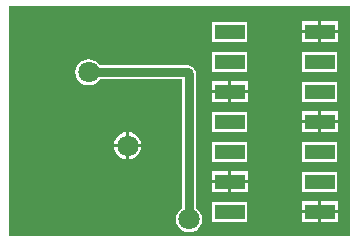
<source format=gbl>
%FSLAX25Y25*%
%MOIN*%
G70*
G01*
G75*
G04 Layer_Physical_Order=2*
G04 Layer_Color=16711680*
%ADD10C,0.01000*%
%ADD11R,0.05709X0.03500*%
%ADD12R,0.03150X0.05000*%
%ADD13R,0.03937X0.06102*%
%ADD14R,0.03150X0.05512*%
%ADD15R,0.05118X0.05906*%
%ADD16R,0.04318X0.05906*%
%ADD17R,0.02756X0.06890*%
%ADD18R,0.06890X0.05512*%
%ADD19C,0.02500*%
%ADD20C,0.02700*%
%ADD21C,0.03000*%
%ADD22R,0.10000X0.05000*%
%ADD23C,0.07087*%
G36*
X398675Y321826D02*
X284825D01*
Y398675D01*
X398675D01*
Y321826D01*
D02*
G37*
%LPC*%
G36*
X364500Y343500D02*
X359000D01*
Y340500D01*
X364500D01*
Y343500D01*
D02*
G37*
G36*
X364300Y353300D02*
X352700D01*
Y346700D01*
X364300D01*
Y353300D01*
D02*
G37*
G36*
X394300Y343300D02*
X382700D01*
Y336700D01*
X394300D01*
Y343300D01*
D02*
G37*
G36*
X358000Y343500D02*
X352500D01*
Y340500D01*
X358000D01*
Y343500D01*
D02*
G37*
G36*
X329017Y351500D02*
X325000D01*
Y347483D01*
X325686Y347574D01*
X326791Y348031D01*
X327740Y348760D01*
X328469Y349709D01*
X328926Y350814D01*
X329017Y351500D01*
D02*
G37*
G36*
X324000Y356517D02*
X323314Y356426D01*
X322209Y355969D01*
X321260Y355240D01*
X320531Y354291D01*
X320074Y353186D01*
X319983Y352500D01*
X324000D01*
Y356517D01*
D02*
G37*
G36*
X394300Y353300D02*
X382700D01*
Y346700D01*
X394300D01*
Y353300D01*
D02*
G37*
G36*
X324000Y351500D02*
X319983D01*
X320074Y350814D01*
X320531Y349709D01*
X321260Y348760D01*
X322209Y348031D01*
X323314Y347574D01*
X324000Y347483D01*
Y351500D01*
D02*
G37*
G36*
X394500Y329500D02*
X389000D01*
Y326500D01*
X394500D01*
Y329500D01*
D02*
G37*
G36*
X364300Y333300D02*
X352700D01*
Y326700D01*
X364300D01*
Y333300D01*
D02*
G37*
G36*
X311500Y380881D02*
X310366Y380732D01*
X309310Y380294D01*
X308402Y379598D01*
X307706Y378690D01*
X307269Y377634D01*
X307119Y376500D01*
X307269Y375366D01*
X307706Y374310D01*
X308402Y373402D01*
X309310Y372706D01*
X310366Y372269D01*
X311500Y372119D01*
X312634Y372269D01*
X313690Y372706D01*
X314598Y373402D01*
X315175Y374155D01*
X342655D01*
Y331175D01*
X341902Y330598D01*
X341206Y329690D01*
X340769Y328634D01*
X340619Y327500D01*
X340769Y326366D01*
X341206Y325310D01*
X341902Y324402D01*
X342810Y323706D01*
X343866Y323269D01*
X345000Y323119D01*
X346134Y323269D01*
X347190Y323706D01*
X348098Y324402D01*
X348794Y325310D01*
X349232Y326366D01*
X349381Y327500D01*
X349232Y328634D01*
X348794Y329690D01*
X348098Y330598D01*
X347345Y331175D01*
Y376000D01*
X347345Y376000D01*
X347167Y376897D01*
X346658Y377658D01*
X346158Y378158D01*
X345397Y378667D01*
X344500Y378845D01*
X315175D01*
X314598Y379598D01*
X313690Y380294D01*
X312634Y380732D01*
X311500Y380881D01*
D02*
G37*
G36*
X388000Y329500D02*
X382500D01*
Y326500D01*
X388000D01*
Y329500D01*
D02*
G37*
G36*
X358000Y339500D02*
X352500D01*
Y336500D01*
X358000D01*
Y339500D01*
D02*
G37*
G36*
X364500D02*
X359000D01*
Y336500D01*
X364500D01*
Y339500D01*
D02*
G37*
G36*
X388000Y333500D02*
X382500D01*
Y330500D01*
X388000D01*
Y333500D01*
D02*
G37*
G36*
X394500D02*
X389000D01*
Y330500D01*
X394500D01*
Y333500D01*
D02*
G37*
G36*
X325000Y356517D02*
Y352500D01*
X329017D01*
X328926Y353186D01*
X328469Y354291D01*
X327740Y355240D01*
X326791Y355969D01*
X325686Y356426D01*
X325000Y356517D01*
D02*
G37*
G36*
X394300Y383300D02*
X382700D01*
Y376700D01*
X394300D01*
Y383300D01*
D02*
G37*
G36*
X388000Y389500D02*
X382500D01*
Y386500D01*
X388000D01*
Y389500D01*
D02*
G37*
G36*
X364500Y373500D02*
X359000D01*
Y370500D01*
X364500D01*
Y373500D01*
D02*
G37*
G36*
X364300Y383300D02*
X352700D01*
Y376700D01*
X364300D01*
Y383300D01*
D02*
G37*
G36*
X388000Y393500D02*
X382500D01*
Y390500D01*
X388000D01*
Y393500D01*
D02*
G37*
G36*
X394500D02*
X389000D01*
Y390500D01*
X394500D01*
Y393500D01*
D02*
G37*
G36*
Y389500D02*
X389000D01*
Y386500D01*
X394500D01*
Y389500D01*
D02*
G37*
G36*
X364300Y393300D02*
X352700D01*
Y386700D01*
X364300D01*
Y393300D01*
D02*
G37*
G36*
X358000Y373500D02*
X352500D01*
Y370500D01*
X358000D01*
Y373500D01*
D02*
G37*
G36*
X364300Y363300D02*
X352700D01*
Y356700D01*
X364300D01*
Y363300D01*
D02*
G37*
G36*
X388000Y363500D02*
X382500D01*
Y360500D01*
X388000D01*
Y363500D01*
D02*
G37*
G36*
Y359500D02*
X382500D01*
Y356500D01*
X388000D01*
Y359500D01*
D02*
G37*
G36*
X394500D02*
X389000D01*
Y356500D01*
X394500D01*
Y359500D01*
D02*
G37*
G36*
X364500Y369500D02*
X359000D01*
Y366500D01*
X364500D01*
Y369500D01*
D02*
G37*
G36*
X394300Y373300D02*
X382700D01*
Y366700D01*
X394300D01*
Y373300D01*
D02*
G37*
G36*
X394500Y363500D02*
X389000D01*
Y360500D01*
X394500D01*
Y363500D01*
D02*
G37*
G36*
X358000Y369500D02*
X352500D01*
Y366500D01*
X358000D01*
Y369500D01*
D02*
G37*
%LPD*%
D21*
X311500Y376500D02*
X344500D01*
X345000Y376000D01*
Y327500D02*
Y376000D01*
D22*
X358500Y390000D02*
D03*
Y380000D02*
D03*
Y370000D02*
D03*
Y360000D02*
D03*
Y350000D02*
D03*
Y340000D02*
D03*
Y330000D02*
D03*
X388500Y390000D02*
D03*
Y380000D02*
D03*
Y370000D02*
D03*
Y360000D02*
D03*
Y350000D02*
D03*
Y340000D02*
D03*
Y330000D02*
D03*
D23*
X311500Y376500D02*
D03*
X345000Y327500D02*
D03*
X324500Y352000D02*
D03*
M02*

</source>
